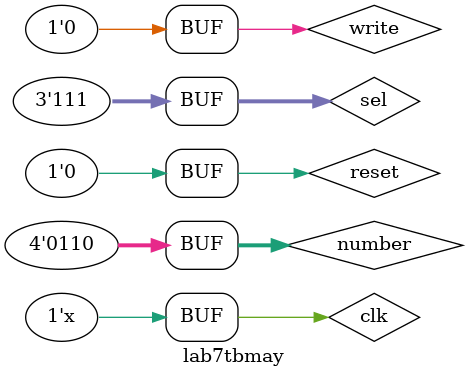
<source format=sv>
`timescale 1ns / 10ps  // Time unit = 1 ns, time precision = 10 ps

module lab7tbmay;
    // Testbench signals
    logic clk;
    logic reset;
    logic write;
    logic [2:0] sel;
    logic [3:0] number;
    logic [7:0] an;
    logic segA, segB, segC, segD, segE, segF, segG;
    

    localparam period = 10;

    // Instantiating the lab7new module (UUT)
    lab7new UUT (
        .clk(clk),
        .reset(reset),
        .write(write),
        .sel(sel),
        .number(number),
        .an(an),
        .segA(segA), .segB(segB), .segC(segC), .segD(segD), .segE(segE), .segF(segF), .segG(segG)
        
    );

always #5 clk = ~clk;      // a 100 MHz clock

    initial begin
        $display("Starting testbench...");
        clk = 0;
        reset = 1;
        write = 0;
        number = 4'b0000;
        sel = 3'b000;
        
        #10 reset = 0;
        
// storing any desired number
        #10 write = 1; sel = 3'b000; number = 4'b0010; // Store '2'
        #10 write = 1; sel = 3'b001; number = 4'b0000; // Store '0'
        #10 write = 1; sel = 3'b010; number = 4'b0010; // Store '2'
        #10 write = 1; sel = 3'b011; number = 4'b0011; // Store '3'
        #10 write = 1; sel = 3'b100; number = 4'b1110; // Store 'E'
        #10 write = 1; sel = 3'b101; number = 4'b1110; // Store 'E'
        #10 write = 1; sel = 3'b110; number = 4'b0101; // Store '5'
        #10 write = 1; sel = 3'b111; number = 4'b0110; // Store '6'
        
        #10 write = 0; 
        
        //  multiplexing to cycle through displays
        #100;
 
    end
    
    initial begin
        // Print signal values on changes
        $monitor("Time = %0t | clk = %b | reset = %b | write = %b | sel = %b | number = %b | seg=%b%b%b%b%b%b%b | an = %b", 
                 $time, clk, reset, write, sel, number, segA, segB, segC, segD, segE, segF, segG, an);
    end
endmodule

</source>
